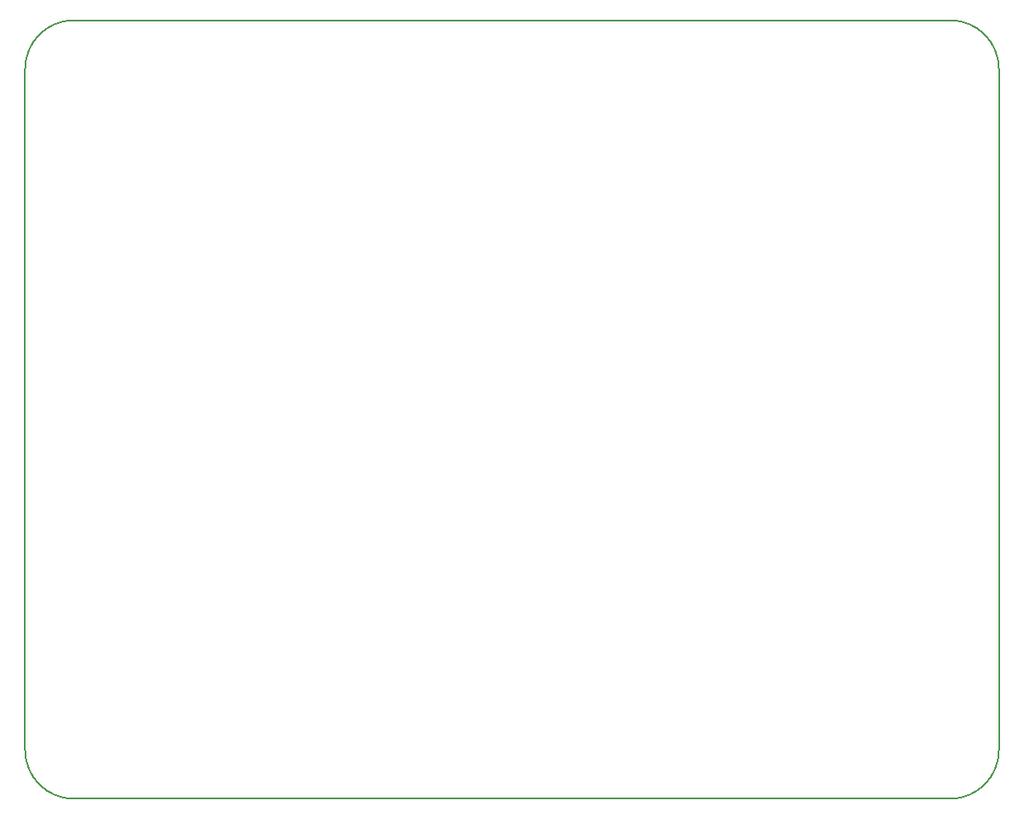
<source format=gbr>
%TF.GenerationSoftware,KiCad,Pcbnew,(5.1.2)-1*%
%TF.CreationDate,2020-01-14T11:15:58-03:00*%
%TF.ProjectId,wifi 2,77696669-2032-42e6-9b69-6361645f7063,rev?*%
%TF.SameCoordinates,Original*%
%TF.FileFunction,Profile,NP*%
%FSLAX46Y46*%
G04 Gerber Fmt 4.6, Leading zero omitted, Abs format (unit mm)*
G04 Created by KiCad (PCBNEW (5.1.2)-1) date 2020-01-14 11:15:58*
%MOMM*%
%LPD*%
G04 APERTURE LIST*
%ADD10C,0.150000*%
G04 APERTURE END LIST*
D10*
X95000000Y-160000000D02*
X185000000Y-160000000D01*
X90000000Y-85000000D02*
X90000000Y-155000000D01*
X185000000Y-80000000D02*
X95000000Y-80000000D01*
X190000000Y-155000000D02*
X190000000Y-85000000D01*
X190000000Y-155000000D02*
G75*
G02X185000000Y-160000000I-5000000J0D01*
G01*
X185000000Y-80000000D02*
G75*
G02X190000000Y-85000000I0J-5000000D01*
G01*
X90000000Y-85000000D02*
G75*
G02X95000000Y-80000000I5000000J0D01*
G01*
X95000000Y-160000000D02*
G75*
G02X90000000Y-155000000I0J5000000D01*
G01*
M02*

</source>
